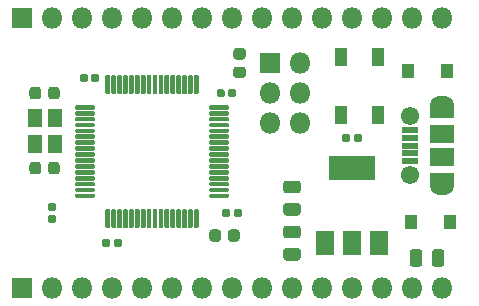
<source format=gbr>
%TF.GenerationSoftware,KiCad,Pcbnew,5.1.6+dfsg1-1*%
%TF.CreationDate,2020-06-20T13:40:11+08:00*%
%TF.ProjectId,stm32dev,73746d33-3264-4657-962e-6b696361645f,rev?*%
%TF.SameCoordinates,Original*%
%TF.FileFunction,Soldermask,Top*%
%TF.FilePolarity,Negative*%
%FSLAX46Y46*%
G04 Gerber Fmt 4.6, Leading zero omitted, Abs format (unit mm)*
G04 Created by KiCad (PCBNEW 5.1.6+dfsg1-1) date 2020-06-20 13:40:11*
%MOMM*%
%LPD*%
G01*
G04 APERTURE LIST*
%ADD10R,1.000000X1.300000*%
%ADD11R,1.100000X1.600000*%
%ADD12O,1.800000X1.800000*%
%ADD13R,1.800000X1.800000*%
%ADD14R,2.000000X1.300000*%
%ADD15O,2.000000X1.300000*%
%ADD16R,2.000000X1.600000*%
%ADD17C,1.550000*%
%ADD18R,1.450000X0.500000*%
%ADD19R,1.600000X2.100000*%
%ADD20R,3.900000X2.100000*%
%ADD21R,1.300000X1.500000*%
G04 APERTURE END LIST*
D10*
%TO.C,D3*%
X173100000Y-90805000D03*
X169800000Y-90805000D03*
%TD*%
%TO.C,D1*%
X173354000Y-103632000D03*
X170054000Y-103632000D03*
%TD*%
%TO.C,C10*%
G36*
G01*
X138765000Y-98778750D02*
X138765000Y-99341250D01*
G75*
G02*
X138521250Y-99585000I-243750J0D01*
G01*
X138033750Y-99585000D01*
G75*
G02*
X137790000Y-99341250I0J243750D01*
G01*
X137790000Y-98778750D01*
G75*
G02*
X138033750Y-98535000I243750J0D01*
G01*
X138521250Y-98535000D01*
G75*
G02*
X138765000Y-98778750I0J-243750D01*
G01*
G37*
G36*
G01*
X140340000Y-98778750D02*
X140340000Y-99341250D01*
G75*
G02*
X140096250Y-99585000I-243750J0D01*
G01*
X139608750Y-99585000D01*
G75*
G02*
X139365000Y-99341250I0J243750D01*
G01*
X139365000Y-98778750D01*
G75*
G02*
X139608750Y-98535000I243750J0D01*
G01*
X140096250Y-98535000D01*
G75*
G02*
X140340000Y-98778750I0J-243750D01*
G01*
G37*
%TD*%
%TO.C,C6*%
G36*
G01*
X139365000Y-92991250D02*
X139365000Y-92428750D01*
G75*
G02*
X139608750Y-92185000I243750J0D01*
G01*
X140096250Y-92185000D01*
G75*
G02*
X140340000Y-92428750I0J-243750D01*
G01*
X140340000Y-92991250D01*
G75*
G02*
X140096250Y-93235000I-243750J0D01*
G01*
X139608750Y-93235000D01*
G75*
G02*
X139365000Y-92991250I0J243750D01*
G01*
G37*
G36*
G01*
X137790000Y-92991250D02*
X137790000Y-92428750D01*
G75*
G02*
X138033750Y-92185000I243750J0D01*
G01*
X138521250Y-92185000D01*
G75*
G02*
X138765000Y-92428750I0J-243750D01*
G01*
X138765000Y-92991250D01*
G75*
G02*
X138521250Y-93235000I-243750J0D01*
G01*
X138033750Y-93235000D01*
G75*
G02*
X137790000Y-92991250I0J243750D01*
G01*
G37*
%TD*%
%TO.C,C13*%
G36*
G01*
X155856250Y-89870000D02*
X155293750Y-89870000D01*
G75*
G02*
X155050000Y-89626250I0J243750D01*
G01*
X155050000Y-89138750D01*
G75*
G02*
X155293750Y-88895000I243750J0D01*
G01*
X155856250Y-88895000D01*
G75*
G02*
X156100000Y-89138750I0J-243750D01*
G01*
X156100000Y-89626250D01*
G75*
G02*
X155856250Y-89870000I-243750J0D01*
G01*
G37*
G36*
G01*
X155856250Y-91445000D02*
X155293750Y-91445000D01*
G75*
G02*
X155050000Y-91201250I0J243750D01*
G01*
X155050000Y-90713750D01*
G75*
G02*
X155293750Y-90470000I243750J0D01*
G01*
X155856250Y-90470000D01*
G75*
G02*
X156100000Y-90713750I0J-243750D01*
G01*
X156100000Y-91201250D01*
G75*
G02*
X155856250Y-91445000I-243750J0D01*
G01*
G37*
%TD*%
%TO.C,C12*%
G36*
G01*
X154605000Y-105056250D02*
X154605000Y-104493750D01*
G75*
G02*
X154848750Y-104250000I243750J0D01*
G01*
X155336250Y-104250000D01*
G75*
G02*
X155580000Y-104493750I0J-243750D01*
G01*
X155580000Y-105056250D01*
G75*
G02*
X155336250Y-105300000I-243750J0D01*
G01*
X154848750Y-105300000D01*
G75*
G02*
X154605000Y-105056250I0J243750D01*
G01*
G37*
G36*
G01*
X153030000Y-105056250D02*
X153030000Y-104493750D01*
G75*
G02*
X153273750Y-104250000I243750J0D01*
G01*
X153761250Y-104250000D01*
G75*
G02*
X154005000Y-104493750I0J-243750D01*
G01*
X154005000Y-105056250D01*
G75*
G02*
X153761250Y-105300000I-243750J0D01*
G01*
X153273750Y-105300000D01*
G75*
G02*
X153030000Y-105056250I0J243750D01*
G01*
G37*
%TD*%
%TO.C,C11*%
G36*
G01*
X142735000Y-91242500D02*
X142735000Y-91637500D01*
G75*
G02*
X142562500Y-91810000I-172500J0D01*
G01*
X142217500Y-91810000D01*
G75*
G02*
X142045000Y-91637500I0J172500D01*
G01*
X142045000Y-91242500D01*
G75*
G02*
X142217500Y-91070000I172500J0D01*
G01*
X142562500Y-91070000D01*
G75*
G02*
X142735000Y-91242500I0J-172500D01*
G01*
G37*
G36*
G01*
X143705000Y-91242500D02*
X143705000Y-91637500D01*
G75*
G02*
X143532500Y-91810000I-172500J0D01*
G01*
X143187500Y-91810000D01*
G75*
G02*
X143015000Y-91637500I0J172500D01*
G01*
X143015000Y-91242500D01*
G75*
G02*
X143187500Y-91070000I172500J0D01*
G01*
X143532500Y-91070000D01*
G75*
G02*
X143705000Y-91242500I0J-172500D01*
G01*
G37*
%TD*%
%TO.C,C9*%
G36*
G01*
X139502500Y-103010000D02*
X139897500Y-103010000D01*
G75*
G02*
X140070000Y-103182500I0J-172500D01*
G01*
X140070000Y-103527500D01*
G75*
G02*
X139897500Y-103700000I-172500J0D01*
G01*
X139502500Y-103700000D01*
G75*
G02*
X139330000Y-103527500I0J172500D01*
G01*
X139330000Y-103182500D01*
G75*
G02*
X139502500Y-103010000I172500J0D01*
G01*
G37*
G36*
G01*
X139502500Y-102040000D02*
X139897500Y-102040000D01*
G75*
G02*
X140070000Y-102212500I0J-172500D01*
G01*
X140070000Y-102557500D01*
G75*
G02*
X139897500Y-102730000I-172500J0D01*
G01*
X139502500Y-102730000D01*
G75*
G02*
X139330000Y-102557500I0J172500D01*
G01*
X139330000Y-102212500D01*
G75*
G02*
X139502500Y-102040000I172500J0D01*
G01*
G37*
%TD*%
%TO.C,C8*%
G36*
G01*
X155080000Y-103067500D02*
X155080000Y-102672500D01*
G75*
G02*
X155252500Y-102500000I172500J0D01*
G01*
X155597500Y-102500000D01*
G75*
G02*
X155770000Y-102672500I0J-172500D01*
G01*
X155770000Y-103067500D01*
G75*
G02*
X155597500Y-103240000I-172500J0D01*
G01*
X155252500Y-103240000D01*
G75*
G02*
X155080000Y-103067500I0J172500D01*
G01*
G37*
G36*
G01*
X154110000Y-103067500D02*
X154110000Y-102672500D01*
G75*
G02*
X154282500Y-102500000I172500J0D01*
G01*
X154627500Y-102500000D01*
G75*
G02*
X154800000Y-102672500I0J-172500D01*
G01*
X154800000Y-103067500D01*
G75*
G02*
X154627500Y-103240000I-172500J0D01*
G01*
X154282500Y-103240000D01*
G75*
G02*
X154110000Y-103067500I0J172500D01*
G01*
G37*
%TD*%
%TO.C,C7*%
G36*
G01*
X154595000Y-92907500D02*
X154595000Y-92512500D01*
G75*
G02*
X154767500Y-92340000I172500J0D01*
G01*
X155112500Y-92340000D01*
G75*
G02*
X155285000Y-92512500I0J-172500D01*
G01*
X155285000Y-92907500D01*
G75*
G02*
X155112500Y-93080000I-172500J0D01*
G01*
X154767500Y-93080000D01*
G75*
G02*
X154595000Y-92907500I0J172500D01*
G01*
G37*
G36*
G01*
X153625000Y-92907500D02*
X153625000Y-92512500D01*
G75*
G02*
X153797500Y-92340000I172500J0D01*
G01*
X154142500Y-92340000D01*
G75*
G02*
X154315000Y-92512500I0J-172500D01*
G01*
X154315000Y-92907500D01*
G75*
G02*
X154142500Y-93080000I-172500J0D01*
G01*
X153797500Y-93080000D01*
G75*
G02*
X153625000Y-92907500I0J172500D01*
G01*
G37*
%TD*%
%TO.C,C5*%
G36*
G01*
X144640000Y-105212500D02*
X144640000Y-105607500D01*
G75*
G02*
X144467500Y-105780000I-172500J0D01*
G01*
X144122500Y-105780000D01*
G75*
G02*
X143950000Y-105607500I0J172500D01*
G01*
X143950000Y-105212500D01*
G75*
G02*
X144122500Y-105040000I172500J0D01*
G01*
X144467500Y-105040000D01*
G75*
G02*
X144640000Y-105212500I0J-172500D01*
G01*
G37*
G36*
G01*
X145610000Y-105212500D02*
X145610000Y-105607500D01*
G75*
G02*
X145437500Y-105780000I-172500J0D01*
G01*
X145092500Y-105780000D01*
G75*
G02*
X144920000Y-105607500I0J172500D01*
G01*
X144920000Y-105212500D01*
G75*
G02*
X145092500Y-105040000I172500J0D01*
G01*
X145437500Y-105040000D01*
G75*
G02*
X145610000Y-105212500I0J-172500D01*
G01*
G37*
%TD*%
D11*
%TO.C,D2*%
X164135000Y-94525000D03*
X167335000Y-94525000D03*
X164135000Y-89625000D03*
X167335000Y-89625000D03*
%TD*%
D12*
%TO.C,J5*%
X160655000Y-95250000D03*
X158115000Y-95250000D03*
X160655000Y-92710000D03*
X158115000Y-92710000D03*
X160655000Y-90170000D03*
D13*
X158115000Y-90170000D03*
%TD*%
D12*
%TO.C,J4*%
X172720000Y-86360000D03*
X170180000Y-86360000D03*
X167640000Y-86360000D03*
X165100000Y-86360000D03*
X162560000Y-86360000D03*
X160020000Y-86360000D03*
X157480000Y-86360000D03*
X154940000Y-86360000D03*
X152400000Y-86360000D03*
X149860000Y-86360000D03*
X147320000Y-86360000D03*
X144780000Y-86360000D03*
X142240000Y-86360000D03*
X139700000Y-86360000D03*
D13*
X137160000Y-86360000D03*
%TD*%
D12*
%TO.C,J3*%
X172720000Y-109220000D03*
X170180000Y-109220000D03*
X167640000Y-109220000D03*
X165100000Y-109220000D03*
X162560000Y-109220000D03*
X160020000Y-109220000D03*
X157480000Y-109220000D03*
X154940000Y-109220000D03*
X152400000Y-109220000D03*
X149860000Y-109220000D03*
X147320000Y-109220000D03*
X144780000Y-109220000D03*
X142240000Y-109220000D03*
X139700000Y-109220000D03*
D13*
X137160000Y-109220000D03*
%TD*%
D14*
%TO.C,J1*%
X172687500Y-100055000D03*
X172687500Y-94255000D03*
D15*
X172687500Y-93655000D03*
X172687500Y-100655000D03*
D16*
X172687500Y-98155000D03*
D17*
X169987500Y-94655000D03*
D18*
X169987500Y-97155000D03*
X169987500Y-96505000D03*
X169987500Y-95855000D03*
X169987500Y-98455000D03*
X169987500Y-97805000D03*
D17*
X169987500Y-99655000D03*
D16*
X172687500Y-96155000D03*
%TD*%
D19*
%TO.C,U1*%
X162800000Y-105385000D03*
X167400000Y-105385000D03*
X165100000Y-105385000D03*
D20*
X165100000Y-99085000D03*
%TD*%
%TO.C,C4*%
G36*
G01*
X165240000Y-96717500D02*
X165240000Y-96322500D01*
G75*
G02*
X165412500Y-96150000I172500J0D01*
G01*
X165757500Y-96150000D01*
G75*
G02*
X165930000Y-96322500I0J-172500D01*
G01*
X165930000Y-96717500D01*
G75*
G02*
X165757500Y-96890000I-172500J0D01*
G01*
X165412500Y-96890000D01*
G75*
G02*
X165240000Y-96717500I0J172500D01*
G01*
G37*
G36*
G01*
X164270000Y-96717500D02*
X164270000Y-96322500D01*
G75*
G02*
X164442500Y-96150000I172500J0D01*
G01*
X164787500Y-96150000D01*
G75*
G02*
X164960000Y-96322500I0J-172500D01*
G01*
X164960000Y-96717500D01*
G75*
G02*
X164787500Y-96890000I-172500J0D01*
G01*
X164442500Y-96890000D01*
G75*
G02*
X164270000Y-96717500I0J172500D01*
G01*
G37*
%TD*%
%TO.C,C3*%
G36*
G01*
X160501250Y-101200000D02*
X159538750Y-101200000D01*
G75*
G02*
X159270000Y-100931250I0J268750D01*
G01*
X159270000Y-100393750D01*
G75*
G02*
X159538750Y-100125000I268750J0D01*
G01*
X160501250Y-100125000D01*
G75*
G02*
X160770000Y-100393750I0J-268750D01*
G01*
X160770000Y-100931250D01*
G75*
G02*
X160501250Y-101200000I-268750J0D01*
G01*
G37*
G36*
G01*
X160501250Y-103075000D02*
X159538750Y-103075000D01*
G75*
G02*
X159270000Y-102806250I0J268750D01*
G01*
X159270000Y-102268750D01*
G75*
G02*
X159538750Y-102000000I268750J0D01*
G01*
X160501250Y-102000000D01*
G75*
G02*
X160770000Y-102268750I0J-268750D01*
G01*
X160770000Y-102806250D01*
G75*
G02*
X160501250Y-103075000I-268750J0D01*
G01*
G37*
%TD*%
%TO.C,C2*%
G36*
G01*
X159538750Y-105810000D02*
X160501250Y-105810000D01*
G75*
G02*
X160770000Y-106078750I0J-268750D01*
G01*
X160770000Y-106616250D01*
G75*
G02*
X160501250Y-106885000I-268750J0D01*
G01*
X159538750Y-106885000D01*
G75*
G02*
X159270000Y-106616250I0J268750D01*
G01*
X159270000Y-106078750D01*
G75*
G02*
X159538750Y-105810000I268750J0D01*
G01*
G37*
G36*
G01*
X159538750Y-103935000D02*
X160501250Y-103935000D01*
G75*
G02*
X160770000Y-104203750I0J-268750D01*
G01*
X160770000Y-104741250D01*
G75*
G02*
X160501250Y-105010000I-268750J0D01*
G01*
X159538750Y-105010000D01*
G75*
G02*
X159270000Y-104741250I0J268750D01*
G01*
X159270000Y-104203750D01*
G75*
G02*
X159538750Y-103935000I268750J0D01*
G01*
G37*
%TD*%
%TO.C,C1*%
G36*
G01*
X171850000Y-107161250D02*
X171850000Y-106198750D01*
G75*
G02*
X172118750Y-105930000I268750J0D01*
G01*
X172656250Y-105930000D01*
G75*
G02*
X172925000Y-106198750I0J-268750D01*
G01*
X172925000Y-107161250D01*
G75*
G02*
X172656250Y-107430000I-268750J0D01*
G01*
X172118750Y-107430000D01*
G75*
G02*
X171850000Y-107161250I0J268750D01*
G01*
G37*
G36*
G01*
X169975000Y-107161250D02*
X169975000Y-106198750D01*
G75*
G02*
X170243750Y-105930000I268750J0D01*
G01*
X170781250Y-105930000D01*
G75*
G02*
X171050000Y-106198750I0J-268750D01*
G01*
X171050000Y-107161250D01*
G75*
G02*
X170781250Y-107430000I-268750J0D01*
G01*
X170243750Y-107430000D01*
G75*
G02*
X169975000Y-107161250I0J268750D01*
G01*
G37*
%TD*%
D21*
%TO.C,Y1*%
X139915000Y-94785000D03*
X139915000Y-96985000D03*
X138215000Y-96985000D03*
X138215000Y-94785000D03*
%TD*%
%TO.C,U2*%
G36*
G01*
X144215000Y-92715000D02*
X144215000Y-91265000D01*
G75*
G02*
X144315000Y-91165000I100000J0D01*
G01*
X144515000Y-91165000D01*
G75*
G02*
X144615000Y-91265000I0J-100000D01*
G01*
X144615000Y-92715000D01*
G75*
G02*
X144515000Y-92815000I-100000J0D01*
G01*
X144315000Y-92815000D01*
G75*
G02*
X144215000Y-92715000I0J100000D01*
G01*
G37*
G36*
G01*
X144715000Y-92715000D02*
X144715000Y-91265000D01*
G75*
G02*
X144815000Y-91165000I100000J0D01*
G01*
X145015000Y-91165000D01*
G75*
G02*
X145115000Y-91265000I0J-100000D01*
G01*
X145115000Y-92715000D01*
G75*
G02*
X145015000Y-92815000I-100000J0D01*
G01*
X144815000Y-92815000D01*
G75*
G02*
X144715000Y-92715000I0J100000D01*
G01*
G37*
G36*
G01*
X145215000Y-92715000D02*
X145215000Y-91265000D01*
G75*
G02*
X145315000Y-91165000I100000J0D01*
G01*
X145515000Y-91165000D01*
G75*
G02*
X145615000Y-91265000I0J-100000D01*
G01*
X145615000Y-92715000D01*
G75*
G02*
X145515000Y-92815000I-100000J0D01*
G01*
X145315000Y-92815000D01*
G75*
G02*
X145215000Y-92715000I0J100000D01*
G01*
G37*
G36*
G01*
X145715000Y-92715000D02*
X145715000Y-91265000D01*
G75*
G02*
X145815000Y-91165000I100000J0D01*
G01*
X146015000Y-91165000D01*
G75*
G02*
X146115000Y-91265000I0J-100000D01*
G01*
X146115000Y-92715000D01*
G75*
G02*
X146015000Y-92815000I-100000J0D01*
G01*
X145815000Y-92815000D01*
G75*
G02*
X145715000Y-92715000I0J100000D01*
G01*
G37*
G36*
G01*
X146215000Y-92715000D02*
X146215000Y-91265000D01*
G75*
G02*
X146315000Y-91165000I100000J0D01*
G01*
X146515000Y-91165000D01*
G75*
G02*
X146615000Y-91265000I0J-100000D01*
G01*
X146615000Y-92715000D01*
G75*
G02*
X146515000Y-92815000I-100000J0D01*
G01*
X146315000Y-92815000D01*
G75*
G02*
X146215000Y-92715000I0J100000D01*
G01*
G37*
G36*
G01*
X146715000Y-92715000D02*
X146715000Y-91265000D01*
G75*
G02*
X146815000Y-91165000I100000J0D01*
G01*
X147015000Y-91165000D01*
G75*
G02*
X147115000Y-91265000I0J-100000D01*
G01*
X147115000Y-92715000D01*
G75*
G02*
X147015000Y-92815000I-100000J0D01*
G01*
X146815000Y-92815000D01*
G75*
G02*
X146715000Y-92715000I0J100000D01*
G01*
G37*
G36*
G01*
X147215000Y-92715000D02*
X147215000Y-91265000D01*
G75*
G02*
X147315000Y-91165000I100000J0D01*
G01*
X147515000Y-91165000D01*
G75*
G02*
X147615000Y-91265000I0J-100000D01*
G01*
X147615000Y-92715000D01*
G75*
G02*
X147515000Y-92815000I-100000J0D01*
G01*
X147315000Y-92815000D01*
G75*
G02*
X147215000Y-92715000I0J100000D01*
G01*
G37*
G36*
G01*
X147715000Y-92715000D02*
X147715000Y-91265000D01*
G75*
G02*
X147815000Y-91165000I100000J0D01*
G01*
X148015000Y-91165000D01*
G75*
G02*
X148115000Y-91265000I0J-100000D01*
G01*
X148115000Y-92715000D01*
G75*
G02*
X148015000Y-92815000I-100000J0D01*
G01*
X147815000Y-92815000D01*
G75*
G02*
X147715000Y-92715000I0J100000D01*
G01*
G37*
G36*
G01*
X148215000Y-92715000D02*
X148215000Y-91265000D01*
G75*
G02*
X148315000Y-91165000I100000J0D01*
G01*
X148515000Y-91165000D01*
G75*
G02*
X148615000Y-91265000I0J-100000D01*
G01*
X148615000Y-92715000D01*
G75*
G02*
X148515000Y-92815000I-100000J0D01*
G01*
X148315000Y-92815000D01*
G75*
G02*
X148215000Y-92715000I0J100000D01*
G01*
G37*
G36*
G01*
X148715000Y-92715000D02*
X148715000Y-91265000D01*
G75*
G02*
X148815000Y-91165000I100000J0D01*
G01*
X149015000Y-91165000D01*
G75*
G02*
X149115000Y-91265000I0J-100000D01*
G01*
X149115000Y-92715000D01*
G75*
G02*
X149015000Y-92815000I-100000J0D01*
G01*
X148815000Y-92815000D01*
G75*
G02*
X148715000Y-92715000I0J100000D01*
G01*
G37*
G36*
G01*
X149215000Y-92715000D02*
X149215000Y-91265000D01*
G75*
G02*
X149315000Y-91165000I100000J0D01*
G01*
X149515000Y-91165000D01*
G75*
G02*
X149615000Y-91265000I0J-100000D01*
G01*
X149615000Y-92715000D01*
G75*
G02*
X149515000Y-92815000I-100000J0D01*
G01*
X149315000Y-92815000D01*
G75*
G02*
X149215000Y-92715000I0J100000D01*
G01*
G37*
G36*
G01*
X149715000Y-92715000D02*
X149715000Y-91265000D01*
G75*
G02*
X149815000Y-91165000I100000J0D01*
G01*
X150015000Y-91165000D01*
G75*
G02*
X150115000Y-91265000I0J-100000D01*
G01*
X150115000Y-92715000D01*
G75*
G02*
X150015000Y-92815000I-100000J0D01*
G01*
X149815000Y-92815000D01*
G75*
G02*
X149715000Y-92715000I0J100000D01*
G01*
G37*
G36*
G01*
X150215000Y-92715000D02*
X150215000Y-91265000D01*
G75*
G02*
X150315000Y-91165000I100000J0D01*
G01*
X150515000Y-91165000D01*
G75*
G02*
X150615000Y-91265000I0J-100000D01*
G01*
X150615000Y-92715000D01*
G75*
G02*
X150515000Y-92815000I-100000J0D01*
G01*
X150315000Y-92815000D01*
G75*
G02*
X150215000Y-92715000I0J100000D01*
G01*
G37*
G36*
G01*
X150715000Y-92715000D02*
X150715000Y-91265000D01*
G75*
G02*
X150815000Y-91165000I100000J0D01*
G01*
X151015000Y-91165000D01*
G75*
G02*
X151115000Y-91265000I0J-100000D01*
G01*
X151115000Y-92715000D01*
G75*
G02*
X151015000Y-92815000I-100000J0D01*
G01*
X150815000Y-92815000D01*
G75*
G02*
X150715000Y-92715000I0J100000D01*
G01*
G37*
G36*
G01*
X151215000Y-92715000D02*
X151215000Y-91265000D01*
G75*
G02*
X151315000Y-91165000I100000J0D01*
G01*
X151515000Y-91165000D01*
G75*
G02*
X151615000Y-91265000I0J-100000D01*
G01*
X151615000Y-92715000D01*
G75*
G02*
X151515000Y-92815000I-100000J0D01*
G01*
X151315000Y-92815000D01*
G75*
G02*
X151215000Y-92715000I0J100000D01*
G01*
G37*
G36*
G01*
X151715000Y-92715000D02*
X151715000Y-91265000D01*
G75*
G02*
X151815000Y-91165000I100000J0D01*
G01*
X152015000Y-91165000D01*
G75*
G02*
X152115000Y-91265000I0J-100000D01*
G01*
X152115000Y-92715000D01*
G75*
G02*
X152015000Y-92815000I-100000J0D01*
G01*
X151815000Y-92815000D01*
G75*
G02*
X151715000Y-92715000I0J100000D01*
G01*
G37*
G36*
G01*
X153015000Y-94015000D02*
X153015000Y-93815000D01*
G75*
G02*
X153115000Y-93715000I100000J0D01*
G01*
X154565000Y-93715000D01*
G75*
G02*
X154665000Y-93815000I0J-100000D01*
G01*
X154665000Y-94015000D01*
G75*
G02*
X154565000Y-94115000I-100000J0D01*
G01*
X153115000Y-94115000D01*
G75*
G02*
X153015000Y-94015000I0J100000D01*
G01*
G37*
G36*
G01*
X153015000Y-94515000D02*
X153015000Y-94315000D01*
G75*
G02*
X153115000Y-94215000I100000J0D01*
G01*
X154565000Y-94215000D01*
G75*
G02*
X154665000Y-94315000I0J-100000D01*
G01*
X154665000Y-94515000D01*
G75*
G02*
X154565000Y-94615000I-100000J0D01*
G01*
X153115000Y-94615000D01*
G75*
G02*
X153015000Y-94515000I0J100000D01*
G01*
G37*
G36*
G01*
X153015000Y-95015000D02*
X153015000Y-94815000D01*
G75*
G02*
X153115000Y-94715000I100000J0D01*
G01*
X154565000Y-94715000D01*
G75*
G02*
X154665000Y-94815000I0J-100000D01*
G01*
X154665000Y-95015000D01*
G75*
G02*
X154565000Y-95115000I-100000J0D01*
G01*
X153115000Y-95115000D01*
G75*
G02*
X153015000Y-95015000I0J100000D01*
G01*
G37*
G36*
G01*
X153015000Y-95515000D02*
X153015000Y-95315000D01*
G75*
G02*
X153115000Y-95215000I100000J0D01*
G01*
X154565000Y-95215000D01*
G75*
G02*
X154665000Y-95315000I0J-100000D01*
G01*
X154665000Y-95515000D01*
G75*
G02*
X154565000Y-95615000I-100000J0D01*
G01*
X153115000Y-95615000D01*
G75*
G02*
X153015000Y-95515000I0J100000D01*
G01*
G37*
G36*
G01*
X153015000Y-96015000D02*
X153015000Y-95815000D01*
G75*
G02*
X153115000Y-95715000I100000J0D01*
G01*
X154565000Y-95715000D01*
G75*
G02*
X154665000Y-95815000I0J-100000D01*
G01*
X154665000Y-96015000D01*
G75*
G02*
X154565000Y-96115000I-100000J0D01*
G01*
X153115000Y-96115000D01*
G75*
G02*
X153015000Y-96015000I0J100000D01*
G01*
G37*
G36*
G01*
X153015000Y-96515000D02*
X153015000Y-96315000D01*
G75*
G02*
X153115000Y-96215000I100000J0D01*
G01*
X154565000Y-96215000D01*
G75*
G02*
X154665000Y-96315000I0J-100000D01*
G01*
X154665000Y-96515000D01*
G75*
G02*
X154565000Y-96615000I-100000J0D01*
G01*
X153115000Y-96615000D01*
G75*
G02*
X153015000Y-96515000I0J100000D01*
G01*
G37*
G36*
G01*
X153015000Y-97015000D02*
X153015000Y-96815000D01*
G75*
G02*
X153115000Y-96715000I100000J0D01*
G01*
X154565000Y-96715000D01*
G75*
G02*
X154665000Y-96815000I0J-100000D01*
G01*
X154665000Y-97015000D01*
G75*
G02*
X154565000Y-97115000I-100000J0D01*
G01*
X153115000Y-97115000D01*
G75*
G02*
X153015000Y-97015000I0J100000D01*
G01*
G37*
G36*
G01*
X153015000Y-97515000D02*
X153015000Y-97315000D01*
G75*
G02*
X153115000Y-97215000I100000J0D01*
G01*
X154565000Y-97215000D01*
G75*
G02*
X154665000Y-97315000I0J-100000D01*
G01*
X154665000Y-97515000D01*
G75*
G02*
X154565000Y-97615000I-100000J0D01*
G01*
X153115000Y-97615000D01*
G75*
G02*
X153015000Y-97515000I0J100000D01*
G01*
G37*
G36*
G01*
X153015000Y-98015000D02*
X153015000Y-97815000D01*
G75*
G02*
X153115000Y-97715000I100000J0D01*
G01*
X154565000Y-97715000D01*
G75*
G02*
X154665000Y-97815000I0J-100000D01*
G01*
X154665000Y-98015000D01*
G75*
G02*
X154565000Y-98115000I-100000J0D01*
G01*
X153115000Y-98115000D01*
G75*
G02*
X153015000Y-98015000I0J100000D01*
G01*
G37*
G36*
G01*
X153015000Y-98515000D02*
X153015000Y-98315000D01*
G75*
G02*
X153115000Y-98215000I100000J0D01*
G01*
X154565000Y-98215000D01*
G75*
G02*
X154665000Y-98315000I0J-100000D01*
G01*
X154665000Y-98515000D01*
G75*
G02*
X154565000Y-98615000I-100000J0D01*
G01*
X153115000Y-98615000D01*
G75*
G02*
X153015000Y-98515000I0J100000D01*
G01*
G37*
G36*
G01*
X153015000Y-99015000D02*
X153015000Y-98815000D01*
G75*
G02*
X153115000Y-98715000I100000J0D01*
G01*
X154565000Y-98715000D01*
G75*
G02*
X154665000Y-98815000I0J-100000D01*
G01*
X154665000Y-99015000D01*
G75*
G02*
X154565000Y-99115000I-100000J0D01*
G01*
X153115000Y-99115000D01*
G75*
G02*
X153015000Y-99015000I0J100000D01*
G01*
G37*
G36*
G01*
X153015000Y-99515000D02*
X153015000Y-99315000D01*
G75*
G02*
X153115000Y-99215000I100000J0D01*
G01*
X154565000Y-99215000D01*
G75*
G02*
X154665000Y-99315000I0J-100000D01*
G01*
X154665000Y-99515000D01*
G75*
G02*
X154565000Y-99615000I-100000J0D01*
G01*
X153115000Y-99615000D01*
G75*
G02*
X153015000Y-99515000I0J100000D01*
G01*
G37*
G36*
G01*
X153015000Y-100015000D02*
X153015000Y-99815000D01*
G75*
G02*
X153115000Y-99715000I100000J0D01*
G01*
X154565000Y-99715000D01*
G75*
G02*
X154665000Y-99815000I0J-100000D01*
G01*
X154665000Y-100015000D01*
G75*
G02*
X154565000Y-100115000I-100000J0D01*
G01*
X153115000Y-100115000D01*
G75*
G02*
X153015000Y-100015000I0J100000D01*
G01*
G37*
G36*
G01*
X153015000Y-100515000D02*
X153015000Y-100315000D01*
G75*
G02*
X153115000Y-100215000I100000J0D01*
G01*
X154565000Y-100215000D01*
G75*
G02*
X154665000Y-100315000I0J-100000D01*
G01*
X154665000Y-100515000D01*
G75*
G02*
X154565000Y-100615000I-100000J0D01*
G01*
X153115000Y-100615000D01*
G75*
G02*
X153015000Y-100515000I0J100000D01*
G01*
G37*
G36*
G01*
X153015000Y-101015000D02*
X153015000Y-100815000D01*
G75*
G02*
X153115000Y-100715000I100000J0D01*
G01*
X154565000Y-100715000D01*
G75*
G02*
X154665000Y-100815000I0J-100000D01*
G01*
X154665000Y-101015000D01*
G75*
G02*
X154565000Y-101115000I-100000J0D01*
G01*
X153115000Y-101115000D01*
G75*
G02*
X153015000Y-101015000I0J100000D01*
G01*
G37*
G36*
G01*
X153015000Y-101515000D02*
X153015000Y-101315000D01*
G75*
G02*
X153115000Y-101215000I100000J0D01*
G01*
X154565000Y-101215000D01*
G75*
G02*
X154665000Y-101315000I0J-100000D01*
G01*
X154665000Y-101515000D01*
G75*
G02*
X154565000Y-101615000I-100000J0D01*
G01*
X153115000Y-101615000D01*
G75*
G02*
X153015000Y-101515000I0J100000D01*
G01*
G37*
G36*
G01*
X151715000Y-104065000D02*
X151715000Y-102615000D01*
G75*
G02*
X151815000Y-102515000I100000J0D01*
G01*
X152015000Y-102515000D01*
G75*
G02*
X152115000Y-102615000I0J-100000D01*
G01*
X152115000Y-104065000D01*
G75*
G02*
X152015000Y-104165000I-100000J0D01*
G01*
X151815000Y-104165000D01*
G75*
G02*
X151715000Y-104065000I0J100000D01*
G01*
G37*
G36*
G01*
X151215000Y-104065000D02*
X151215000Y-102615000D01*
G75*
G02*
X151315000Y-102515000I100000J0D01*
G01*
X151515000Y-102515000D01*
G75*
G02*
X151615000Y-102615000I0J-100000D01*
G01*
X151615000Y-104065000D01*
G75*
G02*
X151515000Y-104165000I-100000J0D01*
G01*
X151315000Y-104165000D01*
G75*
G02*
X151215000Y-104065000I0J100000D01*
G01*
G37*
G36*
G01*
X150715000Y-104065000D02*
X150715000Y-102615000D01*
G75*
G02*
X150815000Y-102515000I100000J0D01*
G01*
X151015000Y-102515000D01*
G75*
G02*
X151115000Y-102615000I0J-100000D01*
G01*
X151115000Y-104065000D01*
G75*
G02*
X151015000Y-104165000I-100000J0D01*
G01*
X150815000Y-104165000D01*
G75*
G02*
X150715000Y-104065000I0J100000D01*
G01*
G37*
G36*
G01*
X150215000Y-104065000D02*
X150215000Y-102615000D01*
G75*
G02*
X150315000Y-102515000I100000J0D01*
G01*
X150515000Y-102515000D01*
G75*
G02*
X150615000Y-102615000I0J-100000D01*
G01*
X150615000Y-104065000D01*
G75*
G02*
X150515000Y-104165000I-100000J0D01*
G01*
X150315000Y-104165000D01*
G75*
G02*
X150215000Y-104065000I0J100000D01*
G01*
G37*
G36*
G01*
X149715000Y-104065000D02*
X149715000Y-102615000D01*
G75*
G02*
X149815000Y-102515000I100000J0D01*
G01*
X150015000Y-102515000D01*
G75*
G02*
X150115000Y-102615000I0J-100000D01*
G01*
X150115000Y-104065000D01*
G75*
G02*
X150015000Y-104165000I-100000J0D01*
G01*
X149815000Y-104165000D01*
G75*
G02*
X149715000Y-104065000I0J100000D01*
G01*
G37*
G36*
G01*
X149215000Y-104065000D02*
X149215000Y-102615000D01*
G75*
G02*
X149315000Y-102515000I100000J0D01*
G01*
X149515000Y-102515000D01*
G75*
G02*
X149615000Y-102615000I0J-100000D01*
G01*
X149615000Y-104065000D01*
G75*
G02*
X149515000Y-104165000I-100000J0D01*
G01*
X149315000Y-104165000D01*
G75*
G02*
X149215000Y-104065000I0J100000D01*
G01*
G37*
G36*
G01*
X148715000Y-104065000D02*
X148715000Y-102615000D01*
G75*
G02*
X148815000Y-102515000I100000J0D01*
G01*
X149015000Y-102515000D01*
G75*
G02*
X149115000Y-102615000I0J-100000D01*
G01*
X149115000Y-104065000D01*
G75*
G02*
X149015000Y-104165000I-100000J0D01*
G01*
X148815000Y-104165000D01*
G75*
G02*
X148715000Y-104065000I0J100000D01*
G01*
G37*
G36*
G01*
X148215000Y-104065000D02*
X148215000Y-102615000D01*
G75*
G02*
X148315000Y-102515000I100000J0D01*
G01*
X148515000Y-102515000D01*
G75*
G02*
X148615000Y-102615000I0J-100000D01*
G01*
X148615000Y-104065000D01*
G75*
G02*
X148515000Y-104165000I-100000J0D01*
G01*
X148315000Y-104165000D01*
G75*
G02*
X148215000Y-104065000I0J100000D01*
G01*
G37*
G36*
G01*
X147715000Y-104065000D02*
X147715000Y-102615000D01*
G75*
G02*
X147815000Y-102515000I100000J0D01*
G01*
X148015000Y-102515000D01*
G75*
G02*
X148115000Y-102615000I0J-100000D01*
G01*
X148115000Y-104065000D01*
G75*
G02*
X148015000Y-104165000I-100000J0D01*
G01*
X147815000Y-104165000D01*
G75*
G02*
X147715000Y-104065000I0J100000D01*
G01*
G37*
G36*
G01*
X147215000Y-104065000D02*
X147215000Y-102615000D01*
G75*
G02*
X147315000Y-102515000I100000J0D01*
G01*
X147515000Y-102515000D01*
G75*
G02*
X147615000Y-102615000I0J-100000D01*
G01*
X147615000Y-104065000D01*
G75*
G02*
X147515000Y-104165000I-100000J0D01*
G01*
X147315000Y-104165000D01*
G75*
G02*
X147215000Y-104065000I0J100000D01*
G01*
G37*
G36*
G01*
X146715000Y-104065000D02*
X146715000Y-102615000D01*
G75*
G02*
X146815000Y-102515000I100000J0D01*
G01*
X147015000Y-102515000D01*
G75*
G02*
X147115000Y-102615000I0J-100000D01*
G01*
X147115000Y-104065000D01*
G75*
G02*
X147015000Y-104165000I-100000J0D01*
G01*
X146815000Y-104165000D01*
G75*
G02*
X146715000Y-104065000I0J100000D01*
G01*
G37*
G36*
G01*
X146215000Y-104065000D02*
X146215000Y-102615000D01*
G75*
G02*
X146315000Y-102515000I100000J0D01*
G01*
X146515000Y-102515000D01*
G75*
G02*
X146615000Y-102615000I0J-100000D01*
G01*
X146615000Y-104065000D01*
G75*
G02*
X146515000Y-104165000I-100000J0D01*
G01*
X146315000Y-104165000D01*
G75*
G02*
X146215000Y-104065000I0J100000D01*
G01*
G37*
G36*
G01*
X145715000Y-104065000D02*
X145715000Y-102615000D01*
G75*
G02*
X145815000Y-102515000I100000J0D01*
G01*
X146015000Y-102515000D01*
G75*
G02*
X146115000Y-102615000I0J-100000D01*
G01*
X146115000Y-104065000D01*
G75*
G02*
X146015000Y-104165000I-100000J0D01*
G01*
X145815000Y-104165000D01*
G75*
G02*
X145715000Y-104065000I0J100000D01*
G01*
G37*
G36*
G01*
X145215000Y-104065000D02*
X145215000Y-102615000D01*
G75*
G02*
X145315000Y-102515000I100000J0D01*
G01*
X145515000Y-102515000D01*
G75*
G02*
X145615000Y-102615000I0J-100000D01*
G01*
X145615000Y-104065000D01*
G75*
G02*
X145515000Y-104165000I-100000J0D01*
G01*
X145315000Y-104165000D01*
G75*
G02*
X145215000Y-104065000I0J100000D01*
G01*
G37*
G36*
G01*
X144715000Y-104065000D02*
X144715000Y-102615000D01*
G75*
G02*
X144815000Y-102515000I100000J0D01*
G01*
X145015000Y-102515000D01*
G75*
G02*
X145115000Y-102615000I0J-100000D01*
G01*
X145115000Y-104065000D01*
G75*
G02*
X145015000Y-104165000I-100000J0D01*
G01*
X144815000Y-104165000D01*
G75*
G02*
X144715000Y-104065000I0J100000D01*
G01*
G37*
G36*
G01*
X144215000Y-104065000D02*
X144215000Y-102615000D01*
G75*
G02*
X144315000Y-102515000I100000J0D01*
G01*
X144515000Y-102515000D01*
G75*
G02*
X144615000Y-102615000I0J-100000D01*
G01*
X144615000Y-104065000D01*
G75*
G02*
X144515000Y-104165000I-100000J0D01*
G01*
X144315000Y-104165000D01*
G75*
G02*
X144215000Y-104065000I0J100000D01*
G01*
G37*
G36*
G01*
X141665000Y-101515000D02*
X141665000Y-101315000D01*
G75*
G02*
X141765000Y-101215000I100000J0D01*
G01*
X143215000Y-101215000D01*
G75*
G02*
X143315000Y-101315000I0J-100000D01*
G01*
X143315000Y-101515000D01*
G75*
G02*
X143215000Y-101615000I-100000J0D01*
G01*
X141765000Y-101615000D01*
G75*
G02*
X141665000Y-101515000I0J100000D01*
G01*
G37*
G36*
G01*
X141665000Y-101015000D02*
X141665000Y-100815000D01*
G75*
G02*
X141765000Y-100715000I100000J0D01*
G01*
X143215000Y-100715000D01*
G75*
G02*
X143315000Y-100815000I0J-100000D01*
G01*
X143315000Y-101015000D01*
G75*
G02*
X143215000Y-101115000I-100000J0D01*
G01*
X141765000Y-101115000D01*
G75*
G02*
X141665000Y-101015000I0J100000D01*
G01*
G37*
G36*
G01*
X141665000Y-100515000D02*
X141665000Y-100315000D01*
G75*
G02*
X141765000Y-100215000I100000J0D01*
G01*
X143215000Y-100215000D01*
G75*
G02*
X143315000Y-100315000I0J-100000D01*
G01*
X143315000Y-100515000D01*
G75*
G02*
X143215000Y-100615000I-100000J0D01*
G01*
X141765000Y-100615000D01*
G75*
G02*
X141665000Y-100515000I0J100000D01*
G01*
G37*
G36*
G01*
X141665000Y-100015000D02*
X141665000Y-99815000D01*
G75*
G02*
X141765000Y-99715000I100000J0D01*
G01*
X143215000Y-99715000D01*
G75*
G02*
X143315000Y-99815000I0J-100000D01*
G01*
X143315000Y-100015000D01*
G75*
G02*
X143215000Y-100115000I-100000J0D01*
G01*
X141765000Y-100115000D01*
G75*
G02*
X141665000Y-100015000I0J100000D01*
G01*
G37*
G36*
G01*
X141665000Y-99515000D02*
X141665000Y-99315000D01*
G75*
G02*
X141765000Y-99215000I100000J0D01*
G01*
X143215000Y-99215000D01*
G75*
G02*
X143315000Y-99315000I0J-100000D01*
G01*
X143315000Y-99515000D01*
G75*
G02*
X143215000Y-99615000I-100000J0D01*
G01*
X141765000Y-99615000D01*
G75*
G02*
X141665000Y-99515000I0J100000D01*
G01*
G37*
G36*
G01*
X141665000Y-99015000D02*
X141665000Y-98815000D01*
G75*
G02*
X141765000Y-98715000I100000J0D01*
G01*
X143215000Y-98715000D01*
G75*
G02*
X143315000Y-98815000I0J-100000D01*
G01*
X143315000Y-99015000D01*
G75*
G02*
X143215000Y-99115000I-100000J0D01*
G01*
X141765000Y-99115000D01*
G75*
G02*
X141665000Y-99015000I0J100000D01*
G01*
G37*
G36*
G01*
X141665000Y-98515000D02*
X141665000Y-98315000D01*
G75*
G02*
X141765000Y-98215000I100000J0D01*
G01*
X143215000Y-98215000D01*
G75*
G02*
X143315000Y-98315000I0J-100000D01*
G01*
X143315000Y-98515000D01*
G75*
G02*
X143215000Y-98615000I-100000J0D01*
G01*
X141765000Y-98615000D01*
G75*
G02*
X141665000Y-98515000I0J100000D01*
G01*
G37*
G36*
G01*
X141665000Y-98015000D02*
X141665000Y-97815000D01*
G75*
G02*
X141765000Y-97715000I100000J0D01*
G01*
X143215000Y-97715000D01*
G75*
G02*
X143315000Y-97815000I0J-100000D01*
G01*
X143315000Y-98015000D01*
G75*
G02*
X143215000Y-98115000I-100000J0D01*
G01*
X141765000Y-98115000D01*
G75*
G02*
X141665000Y-98015000I0J100000D01*
G01*
G37*
G36*
G01*
X141665000Y-97515000D02*
X141665000Y-97315000D01*
G75*
G02*
X141765000Y-97215000I100000J0D01*
G01*
X143215000Y-97215000D01*
G75*
G02*
X143315000Y-97315000I0J-100000D01*
G01*
X143315000Y-97515000D01*
G75*
G02*
X143215000Y-97615000I-100000J0D01*
G01*
X141765000Y-97615000D01*
G75*
G02*
X141665000Y-97515000I0J100000D01*
G01*
G37*
G36*
G01*
X141665000Y-97015000D02*
X141665000Y-96815000D01*
G75*
G02*
X141765000Y-96715000I100000J0D01*
G01*
X143215000Y-96715000D01*
G75*
G02*
X143315000Y-96815000I0J-100000D01*
G01*
X143315000Y-97015000D01*
G75*
G02*
X143215000Y-97115000I-100000J0D01*
G01*
X141765000Y-97115000D01*
G75*
G02*
X141665000Y-97015000I0J100000D01*
G01*
G37*
G36*
G01*
X141665000Y-96515000D02*
X141665000Y-96315000D01*
G75*
G02*
X141765000Y-96215000I100000J0D01*
G01*
X143215000Y-96215000D01*
G75*
G02*
X143315000Y-96315000I0J-100000D01*
G01*
X143315000Y-96515000D01*
G75*
G02*
X143215000Y-96615000I-100000J0D01*
G01*
X141765000Y-96615000D01*
G75*
G02*
X141665000Y-96515000I0J100000D01*
G01*
G37*
G36*
G01*
X141665000Y-96015000D02*
X141665000Y-95815000D01*
G75*
G02*
X141765000Y-95715000I100000J0D01*
G01*
X143215000Y-95715000D01*
G75*
G02*
X143315000Y-95815000I0J-100000D01*
G01*
X143315000Y-96015000D01*
G75*
G02*
X143215000Y-96115000I-100000J0D01*
G01*
X141765000Y-96115000D01*
G75*
G02*
X141665000Y-96015000I0J100000D01*
G01*
G37*
G36*
G01*
X141665000Y-95515000D02*
X141665000Y-95315000D01*
G75*
G02*
X141765000Y-95215000I100000J0D01*
G01*
X143215000Y-95215000D01*
G75*
G02*
X143315000Y-95315000I0J-100000D01*
G01*
X143315000Y-95515000D01*
G75*
G02*
X143215000Y-95615000I-100000J0D01*
G01*
X141765000Y-95615000D01*
G75*
G02*
X141665000Y-95515000I0J100000D01*
G01*
G37*
G36*
G01*
X141665000Y-95015000D02*
X141665000Y-94815000D01*
G75*
G02*
X141765000Y-94715000I100000J0D01*
G01*
X143215000Y-94715000D01*
G75*
G02*
X143315000Y-94815000I0J-100000D01*
G01*
X143315000Y-95015000D01*
G75*
G02*
X143215000Y-95115000I-100000J0D01*
G01*
X141765000Y-95115000D01*
G75*
G02*
X141665000Y-95015000I0J100000D01*
G01*
G37*
G36*
G01*
X141665000Y-94515000D02*
X141665000Y-94315000D01*
G75*
G02*
X141765000Y-94215000I100000J0D01*
G01*
X143215000Y-94215000D01*
G75*
G02*
X143315000Y-94315000I0J-100000D01*
G01*
X143315000Y-94515000D01*
G75*
G02*
X143215000Y-94615000I-100000J0D01*
G01*
X141765000Y-94615000D01*
G75*
G02*
X141665000Y-94515000I0J100000D01*
G01*
G37*
G36*
G01*
X141665000Y-94015000D02*
X141665000Y-93815000D01*
G75*
G02*
X141765000Y-93715000I100000J0D01*
G01*
X143215000Y-93715000D01*
G75*
G02*
X143315000Y-93815000I0J-100000D01*
G01*
X143315000Y-94015000D01*
G75*
G02*
X143215000Y-94115000I-100000J0D01*
G01*
X141765000Y-94115000D01*
G75*
G02*
X141665000Y-94015000I0J100000D01*
G01*
G37*
%TD*%
M02*

</source>
